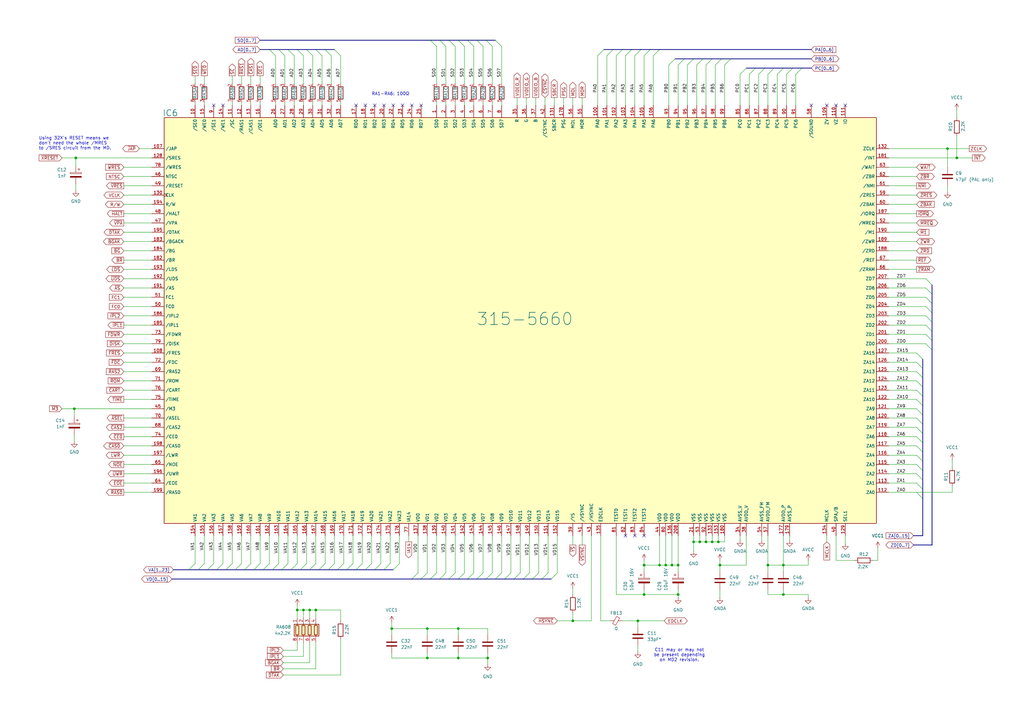
<source format=kicad_sch>
(kicad_sch (version 20250114) (generator "eeschema") (generator_version "9.0")
  (paper "A3")
  (title_block (title "SGE (MD Custom ASIC)") (date "2025-06-23") (rev "1.5") (company "By Cosam") (comment 1 "Neptune"))
  (text "Using 32X's RESET means we\ndon't need the whole /MRES\nto /SRES circuit from the MD." (at 15.875 61.595 0) (effects (font (size 1.27 1.27)) (justify left bottom)))
  (text "RA1-RA6: 100Ω" (at 152.4 39.37 0) (effects (font (size 1.27 1.27)) (justify left bottom)))
  (text "C11 may or may not\nbe present depending\non MD2 revision." (at 278.638 268.732 0) (effects (font (size 1.27 1.27))))
  (junction (at 292.1 222.25))
  (junction (at 127 250.19))
  (junction (at 388.62 60.96))
  (junction (at 187.96 269.875))
  (junction (at 187.96 257.81))
  (junction (at 175.26 269.875))
  (junction (at 264.16 231.775))
  (junction (at 321.31 243.84))
  (junction (at 31.115 64.77))
  (junction (at 129.54 250.19))
  (junction (at 278.13 243.84))
  (junction (at 284.48 222.25))
  (junction (at 121.92 250.19))
  (junction (at 270.51 231.775))
  (junction (at 275.59 231.775))
  (junction (at 200.025 269.875))
  (junction (at 321.31 231.775))
  (junction (at 287.02 222.25))
  (junction (at 294.64 222.25))
  (junction (at 295.275 231.775))
  (junction (at 261.62 254.635))
  (junction (at 314.96 231.775))
  (junction (at 278.13 231.775))
  (junction (at 175.26 257.81))
  (junction (at 392.43 64.77))
  (junction (at 273.05 231.775))
  (junction (at 30.48 167.64))
  (junction (at 160.655 257.81))
  (junction (at 234.95 254.635))
  (junction (at 124.46 250.19))
  (junction (at 289.56 222.25))
  (junction (at 264.16 243.84))
  (no_connect (at 153.67 43.18))
  (no_connect (at 256.54 219.71))
  (no_connect (at 149.86 43.18))
  (no_connect (at 264.16 219.71))
  (no_connect (at 339.09 43.18))
  (no_connect (at 346.71 43.18))
  (no_connect (at 91.44 43.18))
  (no_connect (at 146.05 43.18))
  (no_connect (at 87.63 43.18))
  (no_connect (at 168.91 43.18))
  (no_connect (at 161.29 43.18))
  (no_connect (at 172.72 43.18))
  (no_connect (at 260.35 219.71))
  (no_connect (at 342.9 43.18))
  (no_connect (at 165.1 43.18))
  (no_connect (at 332.74 43.18))
  (no_connect (at 157.48 43.18))
  (bus_entry (at 375.92 179.07) (size 2.54 2.54))
  (bus_entry (at 375.92 163.83) (size 2.54 2.54))
  (bus_entry (at 207.01 237.49) (size 2.54 -2.54))
  (bus_entry (at 375.92 144.78) (size 2.54 2.54))
  (bus_entry (at 139.7 22.86) (size -2.54 -2.54))
  (bus_entry (at 182.88 19.05) (size -2.54 -2.54))
  (bus_entry (at 256.54 22.86) (size 2.54 -2.54))
  (bus_entry (at 293.37 26.67) (size 2.54 -2.54))
  (bus_entry (at 194.31 19.05) (size -2.54 -2.54))
  (bus_entry (at 198.12 19.05) (size -2.54 -2.54))
  (bus_entry (at 322.58 30.48) (size 2.54 -2.54))
  (bus_entry (at 111.76 233.68) (size 2.54 -2.54))
  (bus_entry (at 195.58 237.49) (size 2.54 -2.54))
  (bus_entry (at 186.69 19.05) (size -2.54 -2.54))
  (bus_entry (at 132.08 22.86) (size -2.54 -2.54))
  (bus_entry (at 375.92 156.21) (size 2.54 2.54))
  (bus_entry (at 281.94 26.67) (size 2.54 -2.54))
  (bus_entry (at 135.89 22.86) (size -2.54 -2.54))
  (bus_entry (at 379.73 140.97) (size 2.54 2.54))
  (bus_entry (at 191.77 237.49) (size 2.54 -2.54))
  (bus_entry (at 375.92 198.12) (size 2.54 2.54))
  (bus_entry (at 168.91 237.49) (size 2.54 -2.54))
  (bus_entry (at 120.65 22.86) (size -2.54 -2.54))
  (bus_entry (at 161.29 233.68) (size 2.54 -2.54))
  (bus_entry (at 245.11 22.86) (size 2.54 -2.54))
  (bus_entry (at 138.43 233.68) (size 2.54 -2.54))
  (bus_entry (at 379.73 129.54) (size 2.54 2.54))
  (bus_entry (at 146.05 233.68) (size 2.54 -2.54))
  (bus_entry (at 267.97 22.86) (size 2.54 -2.54))
  (bus_entry (at 184.15 237.49) (size 2.54 -2.54))
  (bus_entry (at 375.92 175.26) (size 2.54 2.54))
  (bus_entry (at 201.93 19.05) (size -2.54 -2.54))
  (bus_entry (at 379.73 137.16) (size 2.54 2.54))
  (bus_entry (at 116.84 22.86) (size -2.54 -2.54))
  (bus_entry (at 190.5 19.05) (size -2.54 -2.54))
  (bus_entry (at 127 233.68) (size 2.54 -2.54))
  (bus_entry (at 180.34 237.49) (size 2.54 -2.54))
  (bus_entry (at 85.09 233.68) (size 2.54 -2.54))
  (bus_entry (at 375.92 182.88) (size 2.54 2.54))
  (bus_entry (at 375.92 148.59) (size 2.54 2.54))
  (bus_entry (at 375.92 171.45) (size 2.54 2.54))
  (bus_entry (at 92.71 233.68) (size 2.54 -2.54))
  (bus_entry (at 142.24 233.68) (size 2.54 -2.54))
  (bus_entry (at 113.03 22.86) (size -2.54 -2.54))
  (bus_entry (at 264.16 22.86) (size 2.54 -2.54))
  (bus_entry (at 252.73 22.86) (size 2.54 -2.54))
  (bus_entry (at 179.07 19.05) (size -2.54 -2.54))
  (bus_entry (at 81.28 233.68) (size 2.54 -2.54))
  (bus_entry (at 124.46 22.86) (size -2.54 -2.54))
  (bus_entry (at 375.92 190.5) (size 2.54 2.54))
  (bus_entry (at 222.25 237.49) (size 2.54 -2.54))
  (bus_entry (at 210.82 237.49) (size 2.54 -2.54))
  (bus_entry (at 176.53 237.49) (size 2.54 -2.54))
  (bus_entry (at 289.56 26.67) (size 2.54 -2.54))
  (bus_entry (at 96.52 233.68) (size 2.54 -2.54))
  (bus_entry (at 104.14 233.68) (size 2.54 -2.54))
  (bus_entry (at 260.35 22.86) (size 2.54 -2.54))
  (bus_entry (at 375.92 160.02) (size 2.54 2.54))
  (bus_entry (at 379.73 118.11) (size 2.54 2.54))
  (bus_entry (at 128.27 22.86) (size -2.54 -2.54))
  (bus_entry (at 375.92 194.31) (size 2.54 2.54))
  (bus_entry (at 248.92 22.86) (size 2.54 -2.54))
  (bus_entry (at 375.92 201.93) (size 2.54 2.54))
  (bus_entry (at 203.2 237.49) (size 2.54 -2.54))
  (bus_entry (at 123.19 233.68) (size 2.54 -2.54))
  (bus_entry (at 187.96 237.49) (size 2.54 -2.54))
  (bus_entry (at 172.72 237.49) (size 2.54 -2.54))
  (bus_entry (at 303.53 30.48) (size 2.54 -2.54))
  (bus_entry (at 149.86 233.68) (size 2.54 -2.54))
  (bus_entry (at 379.73 114.3) (size 2.54 2.54))
  (bus_entry (at 205.74 19.05) (size -2.54 -2.54))
  (bus_entry (at 115.57 233.68) (size 2.54 -2.54))
  (bus_entry (at 326.39 30.48) (size 2.54 -2.54))
  (bus_entry (at 307.34 30.48) (size 2.54 -2.54))
  (bus_entry (at 119.38 233.68) (size 2.54 -2.54))
  (bus_entry (at 107.95 233.68) (size 2.54 -2.54))
  (bus_entry (at 88.9 233.68) (size 2.54 -2.54))
  (bus_entry (at 274.32 26.67) (size 2.54 -2.54))
  (bus_entry (at 375.92 186.69) (size 2.54 2.54))
  (bus_entry (at 379.73 121.92) (size 2.54 2.54))
  (bus_entry (at 379.73 133.35) (size 2.54 2.54))
  (bus_entry (at 218.44 237.49) (size 2.54 -2.54))
  (bus_entry (at 157.48 233.68) (size 2.54 -2.54))
  (bus_entry (at 214.63 237.49) (size 2.54 -2.54))
  (bus_entry (at 134.62 233.68) (size 2.54 -2.54))
  (bus_entry (at 285.75 26.67) (size 2.54 -2.54))
  (bus_entry (at 278.13 26.67) (size 2.54 -2.54))
  (bus_entry (at 375.92 152.4) (size 2.54 2.54))
  (bus_entry (at 199.39 237.49) (size 2.54 -2.54))
  (bus_entry (at 77.47 233.68) (size 2.54 -2.54))
  (bus_entry (at 379.73 125.73) (size 2.54 2.54))
  (bus_entry (at 100.33 233.68) (size 2.54 -2.54))
  (bus_entry (at 318.77 30.48) (size 2.54 -2.54))
  (bus_entry (at 130.81 233.68) (size 2.54 -2.54))
  (bus_entry (at 297.18 26.67) (size 2.54 -2.54))
  (bus_entry (at 226.06 237.49) (size 2.54 -2.54))
  (bus_entry (at 311.15 30.48) (size 2.54 -2.54))
  (bus_entry (at 153.67 233.68) (size 2.54 -2.54))
  (bus_entry (at 314.96 30.48) (size 2.54 -2.54))
  (bus_entry (at 375.92 167.64) (size 2.54 2.54))
  (wire (pts (xy 346.71 219.71) (xy 346.71 222.885)))
  (wire (pts (xy 50.8 140.97) (xy 62.23 140.97)))
  (wire (pts (xy 50.8 80.01) (xy 62.23 80.01)))
  (wire (pts (xy 190.5 19.05) (xy 190.5 34.29)))
  (wire (pts (xy 124.46 269.24) (xy 124.46 263.525)))
  (wire (pts (xy 50.8 163.83) (xy 62.23 163.83)))
  (bus (pts (xy 137.16 20.32) (xy 133.35 20.32)))
  (wire (pts (xy 390.525 199.39) (xy 390.525 201.93)))
  (bus (pts (xy 168.91 237.49) (xy 172.72 237.49)))
  (wire (pts (xy 264.16 231.775) (xy 270.51 231.775)))
  (wire (pts (xy 129.54 250.19) (xy 129.54 253.365)))
  (wire (pts (xy 314.96 243.84) (xy 321.31 243.84)))
  (wire (pts (xy 160.655 257.81) (xy 160.655 260.35)))
  (wire (pts (xy 295.275 241.935) (xy 295.275 245.11)))
  (wire (pts (xy 364.49 118.11) (xy 379.73 118.11)))
  (bus (pts (xy 276.86 24.13) (xy 280.67 24.13)))
  (wire (pts (xy 118.11 219.71) (xy 118.11 231.14)))
  (bus (pts (xy 378.46 189.23) (xy 378.46 193.04)))
  (wire (pts (xy 228.6 254.635) (xy 234.95 254.635)))
  (bus (pts (xy 210.82 237.49) (xy 214.63 237.49)))
  (wire (pts (xy 213.36 219.71) (xy 213.36 234.95)))
  (wire (pts (xy 50.8 198.12) (xy 62.23 198.12)))
  (wire (pts (xy 121.92 250.19) (xy 124.46 250.19)))
  (wire (pts (xy 392.43 45.085) (xy 392.43 48.26)))
  (wire (pts (xy 175.26 257.81) (xy 175.26 260.35)))
  (wire (pts (xy 116.205 271.78) (xy 127 271.78)))
  (wire (pts (xy 127 250.19) (xy 127 253.365)))
  (bus (pts (xy 299.72 24.13) (xy 295.91 24.13)))
  (wire (pts (xy 274.32 26.67) (xy 274.32 43.18)))
  (wire (pts (xy 364.49 175.26) (xy 375.92 175.26)))
  (wire (pts (xy 392.43 64.77) (xy 398.78 64.77)))
  (wire (pts (xy 215.9 40.005) (xy 215.9 43.18)))
  (wire (pts (xy 364.49 64.77) (xy 392.43 64.77)))
  (wire (pts (xy 114.3 219.71) (xy 114.3 231.14)))
  (wire (pts (xy 50.8 72.39) (xy 62.23 72.39)))
  (wire (pts (xy 326.39 30.48) (xy 326.39 43.18)))
  (wire (pts (xy 364.49 60.96) (xy 388.62 60.96)))
  (wire (pts (xy 364.49 121.92) (xy 379.73 121.92)))
  (wire (pts (xy 50.8 182.88) (xy 62.23 182.88)))
  (wire (pts (xy 364.49 72.39) (xy 375.92 72.39)))
  (wire (pts (xy 80.01 219.71) (xy 80.01 231.14)))
  (wire (pts (xy 205.74 219.71) (xy 205.74 234.95)))
  (bus (pts (xy 195.58 237.49) (xy 199.39 237.49)))
  (wire (pts (xy 50.8 201.93) (xy 62.23 201.93)))
  (wire (pts (xy 127 250.19) (xy 129.54 250.19)))
  (bus (pts (xy 153.67 233.68) (xy 157.48 233.68)))
  (wire (pts (xy 318.77 30.48) (xy 318.77 43.18)))
  (wire (pts (xy 264.16 229.87) (xy 264.16 231.775)))
  (wire (pts (xy 264.16 231.775) (xy 264.16 234.315)))
  (wire (pts (xy 50.8 137.16) (xy 62.23 137.16)))
  (wire (pts (xy 156.21 219.71) (xy 156.21 231.14)))
  (bus (pts (xy 306.07 27.94) (xy 309.88 27.94)))
  (wire (pts (xy 228.6 219.71) (xy 228.6 234.95)))
  (wire (pts (xy 238.76 40.005) (xy 238.76 43.18)))
  (wire (pts (xy 364.49 201.93) (xy 375.92 201.93)))
  (wire (pts (xy 137.16 219.71) (xy 137.16 231.14)))
  (wire (pts (xy 139.7 41.91) (xy 139.7 43.18)))
  (bus (pts (xy 218.44 237.49) (xy 222.25 237.49)))
  (bus (pts (xy 378.46 170.18) (xy 378.46 173.99)))
  (wire (pts (xy 182.88 219.71) (xy 182.88 234.95)))
  (bus (pts (xy 321.31 27.94) (xy 325.12 27.94)))
  (wire (pts (xy 275.59 231.775) (xy 275.59 219.71)))
  (wire (pts (xy 256.54 22.86) (xy 256.54 43.18)))
  (bus (pts (xy 328.93 27.94) (xy 332.74 27.94)))
  (wire (pts (xy 295.275 231.775) (xy 306.07 231.775)))
  (wire (pts (xy 186.69 41.91) (xy 186.69 43.18)))
  (wire (pts (xy 31.115 75.565) (xy 31.115 78.105)))
  (bus (pts (xy 378.46 154.94) (xy 378.46 158.75)))
  (wire (pts (xy 322.58 30.48) (xy 322.58 43.18)))
  (wire (pts (xy 50.8 148.59) (xy 62.23 148.59)))
  (bus (pts (xy 149.86 233.68) (xy 153.67 233.68)))
  (wire (pts (xy 50.8 160.02) (xy 62.23 160.02)))
  (bus (pts (xy 199.39 16.51) (xy 195.58 16.51)))
  (bus (pts (xy 382.27 120.65) (xy 382.27 124.46)))
  (wire (pts (xy 116.205 276.86) (xy 139.7 276.86)))
  (wire (pts (xy 120.65 22.86) (xy 120.65 34.29)))
  (bus (pts (xy 176.53 237.49) (xy 180.34 237.49)))
  (wire (pts (xy 364.49 87.63) (xy 375.92 87.63)))
  (wire (pts (xy 91.44 219.71) (xy 91.44 231.14)))
  (bus (pts (xy 207.01 237.49) (xy 210.82 237.49)))
  (wire (pts (xy 292.1 219.71) (xy 292.1 222.25)))
  (bus (pts (xy 378.46 200.66) (xy 378.46 204.47)))
  (wire (pts (xy 50.8 171.45) (xy 62.23 171.45)))
  (bus (pts (xy 111.76 233.68) (xy 115.57 233.68)))
  (wire (pts (xy 342.9 229.87) (xy 342.9 219.71)))
  (wire (pts (xy 295.275 231.775) (xy 295.275 234.315)))
  (wire (pts (xy 278.13 241.935) (xy 278.13 243.84)))
  (wire (pts (xy 273.05 219.71) (xy 273.05 231.775)))
  (wire (pts (xy 31.115 64.77) (xy 31.115 67.945)))
  (wire (pts (xy 245.11 22.86) (xy 245.11 43.18)))
  (bus (pts (xy 106.68 16.51) (xy 176.53 16.51)))
  (wire (pts (xy 339.09 219.71) (xy 339.09 222.25)))
  (wire (pts (xy 187.96 257.81) (xy 200.025 257.81)))
  (bus (pts (xy 176.53 16.51) (xy 180.34 16.51)))
  (wire (pts (xy 287.02 222.25) (xy 284.48 222.25)))
  (wire (pts (xy 121.92 250.19) (xy 121.92 253.365)))
  (wire (pts (xy 252.73 243.84) (xy 264.16 243.84)))
  (wire (pts (xy 116.84 22.86) (xy 116.84 34.29)))
  (wire (pts (xy 273.05 231.775) (xy 275.59 231.775)))
  (wire (pts (xy 163.83 219.71) (xy 163.83 231.14)))
  (wire (pts (xy 311.15 30.48) (xy 311.15 43.18)))
  (wire (pts (xy 50.8 76.2) (xy 62.23 76.2)))
  (wire (pts (xy 293.37 26.67) (xy 293.37 43.18)))
  (wire (pts (xy 83.82 41.91) (xy 83.82 43.18)))
  (bus (pts (xy 119.38 233.68) (xy 123.19 233.68)))
  (wire (pts (xy 242.57 254.635) (xy 242.57 219.71)))
  (wire (pts (xy 50.8 175.26) (xy 62.23 175.26)))
  (wire (pts (xy 364.49 83.82) (xy 375.92 83.82)))
  (wire (pts (xy 388.62 76.2) (xy 388.62 78.74)))
  (wire (pts (xy 113.03 41.91) (xy 113.03 43.18)))
  (wire (pts (xy 179.07 19.05) (xy 179.07 34.29)))
  (bus (pts (xy 378.46 166.37) (xy 378.46 170.18)))
  (wire (pts (xy 360.045 229.87) (xy 358.14 229.87)))
  (wire (pts (xy 278.13 231.775) (xy 278.13 234.315)))
  (wire (pts (xy 50.8 152.4) (xy 62.23 152.4)))
  (wire (pts (xy 140.97 219.71) (xy 140.97 231.14)))
  (bus (pts (xy 222.25 237.49) (xy 226.06 237.49)))
  (wire (pts (xy 83.82 31.115) (xy 83.82 34.29)))
  (wire (pts (xy 246.38 254.635) (xy 250.19 254.635)))
  (wire (pts (xy 364.49 160.02) (xy 375.92 160.02)))
  (wire (pts (xy 303.53 219.71) (xy 303.53 221.615)))
  (wire (pts (xy 95.25 31.115) (xy 95.25 34.29)))
  (wire (pts (xy 238.76 223.52) (xy 238.76 219.71)))
  (wire (pts (xy 303.53 30.48) (xy 303.53 43.18)))
  (wire (pts (xy 50.8 194.31) (xy 62.23 194.31)))
  (wire (pts (xy 124.46 250.19) (xy 127 250.19)))
  (wire (pts (xy 113.03 22.86) (xy 113.03 34.29)))
  (wire (pts (xy 50.8 95.25) (xy 62.23 95.25)))
  (bus (pts (xy 134.62 233.68) (xy 138.43 233.68)))
  (wire (pts (xy 289.56 219.71) (xy 289.56 222.25)))
  (wire (pts (xy 297.18 222.25) (xy 294.64 222.25)))
  (wire (pts (xy 125.73 219.71) (xy 125.73 231.14)))
  (wire (pts (xy 364.49 91.44) (xy 375.92 91.44)))
  (bus (pts (xy 247.65 20.32) (xy 251.46 20.32)))
  (wire (pts (xy 278.13 231.775) (xy 275.59 231.775)))
  (wire (pts (xy 284.48 222.25) (xy 284.48 219.71)))
  (wire (pts (xy 50.8 83.82) (xy 62.23 83.82)))
  (bus (pts (xy 270.51 20.32) (xy 266.7 20.32)))
  (wire (pts (xy 201.93 19.05) (xy 201.93 34.29)))
  (wire (pts (xy 289.56 222.25) (xy 287.02 222.25)))
  (bus (pts (xy 374.65 223.52) (xy 382.27 223.52)))
  (wire (pts (xy 95.25 41.91) (xy 95.25 43.18)))
  (wire (pts (xy 129.54 274.32) (xy 129.54 263.525)))
  (wire (pts (xy 133.35 219.71) (xy 133.35 231.14)))
  (wire (pts (xy 314.96 241.935) (xy 314.96 243.84)))
  (wire (pts (xy 190.5 219.71) (xy 190.5 234.95)))
  (bus (pts (xy 382.27 143.51) (xy 382.27 223.52)))
  (wire (pts (xy 321.31 219.71) (xy 321.31 231.775)))
  (bus (pts (xy 146.05 233.68) (xy 149.86 233.68)))
  (wire (pts (xy 364.49 171.45) (xy 375.92 171.45)))
  (wire (pts (xy 323.85 219.71) (xy 323.85 221.615)))
  (wire (pts (xy 284.48 222.25) (xy 284.48 226.06)))
  (wire (pts (xy 264.16 243.84) (xy 278.13 243.84)))
  (bus (pts (xy 309.88 27.94) (xy 313.69 27.94)))
  (wire (pts (xy 273.05 231.775) (xy 270.51 231.775)))
  (bus (pts (xy 106.68 20.32) (xy 110.49 20.32)))
  (wire (pts (xy 364.49 186.69) (xy 375.92 186.69)))
  (bus (pts (xy 317.5 27.94) (xy 321.31 27.94)))
  (wire (pts (xy 234.95 251.46) (xy 234.95 254.635)))
  (wire (pts (xy 364.49 114.3) (xy 379.73 114.3)))
  (wire (pts (xy 50.8 121.92) (xy 62.23 121.92)))
  (wire (pts (xy 167.64 219.71) (xy 167.64 222.25)))
  (bus (pts (xy 138.43 233.68) (xy 142.24 233.68)))
  (bus (pts (xy 184.15 16.51) (xy 180.34 16.51)))
  (wire (pts (xy 248.92 22.86) (xy 248.92 43.18)))
  (wire (pts (xy 331.47 243.84) (xy 331.47 245.11)))
  (wire (pts (xy 160.655 257.81) (xy 175.26 257.81)))
  (wire (pts (xy 364.49 129.54) (xy 379.73 129.54)))
  (wire (pts (xy 264.16 241.935) (xy 264.16 243.84)))
  (wire (pts (xy 285.75 26.67) (xy 285.75 43.18)))
  (bus (pts (xy 85.09 233.68) (xy 88.9 233.68)))
  (bus (pts (xy 382.27 124.46) (xy 382.27 128.27)))
  (wire (pts (xy 50.8 91.44) (xy 62.23 91.44)))
  (bus (pts (xy 129.54 20.32) (xy 125.73 20.32)))
  (wire (pts (xy 364.49 95.25) (xy 375.92 95.25)))
  (wire (pts (xy 321.31 231.775) (xy 321.31 234.315)))
  (bus (pts (xy 77.47 233.68) (xy 81.28 233.68)))
  (wire (pts (xy 50.8 144.78) (xy 62.23 144.78)))
  (wire (pts (xy 364.49 144.78) (xy 375.92 144.78)))
  (wire (pts (xy 99.06 31.115) (xy 99.06 34.29)))
  (wire (pts (xy 321.31 241.935) (xy 321.31 243.84)))
  (wire (pts (xy 234.95 219.71) (xy 234.95 223.52)))
  (wire (pts (xy 364.49 140.97) (xy 379.73 140.97)))
  (wire (pts (xy 106.68 219.71) (xy 106.68 231.14)))
  (wire (pts (xy 217.17 219.71) (xy 217.17 234.95)))
  (wire (pts (xy 314.96 30.48) (xy 314.96 43.18)))
  (wire (pts (xy 364.49 163.83) (xy 375.92 163.83)))
  (wire (pts (xy 99.06 219.71) (xy 99.06 231.14)))
  (wire (pts (xy 179.07 41.91) (xy 179.07 43.18)))
  (wire (pts (xy 87.63 219.71) (xy 87.63 231.14)))
  (wire (pts (xy 50.8 133.35) (xy 62.23 133.35)))
  (wire (pts (xy 201.93 219.71) (xy 201.93 234.95)))
  (wire (pts (xy 50.8 99.06) (xy 62.23 99.06)))
  (bus (pts (xy 378.46 158.75) (xy 378.46 162.56)))
  (wire (pts (xy 190.5 41.91) (xy 190.5 43.18)))
  (wire (pts (xy 278.13 219.71) (xy 278.13 231.775)))
  (wire (pts (xy 148.59 219.71) (xy 148.59 231.14)))
  (bus (pts (xy 251.46 20.32) (xy 255.27 20.32)))
  (wire (pts (xy 312.42 219.71) (xy 312.42 221.615)))
  (wire (pts (xy 187.96 257.81) (xy 187.96 260.35)))
  (bus (pts (xy 195.58 16.51) (xy 191.77 16.51)))
  (wire (pts (xy 121.92 219.71) (xy 121.92 231.14)))
  (wire (pts (xy 83.82 219.71) (xy 83.82 231.14)))
  (bus (pts (xy 382.27 116.84) (xy 382.27 120.65)))
  (wire (pts (xy 106.68 41.91) (xy 106.68 43.18)))
  (wire (pts (xy 260.35 22.86) (xy 260.35 43.18)))
  (wire (pts (xy 234.95 254.635) (xy 242.57 254.635)))
  (wire (pts (xy 321.31 231.775) (xy 331.47 231.775)))
  (wire (pts (xy 175.26 219.71) (xy 175.26 234.95)))
  (wire (pts (xy 50.8 179.07) (xy 62.23 179.07)))
  (wire (pts (xy 314.96 219.71) (xy 314.96 231.775)))
  (wire (pts (xy 294.64 222.25) (xy 292.1 222.25)))
  (wire (pts (xy 50.8 186.69) (xy 62.23 186.69)))
  (bus (pts (xy 81.28 233.68) (xy 85.09 233.68)))
  (bus (pts (xy 123.19 233.68) (xy 127 233.68)))
  (bus (pts (xy 378.46 204.47) (xy 378.46 219.71)))
  (bus (pts (xy 328.93 27.94) (xy 325.12 27.94)))
  (wire (pts (xy 50.8 156.21) (xy 62.23 156.21)))
  (wire (pts (xy 200.025 257.81) (xy 200.025 260.35)))
  (wire (pts (xy 294.64 219.71) (xy 294.64 222.25)))
  (bus (pts (xy 157.48 233.68) (xy 161.29 233.68)))
  (wire (pts (xy 182.88 41.91) (xy 182.88 43.18)))
  (wire (pts (xy 129.54 250.19) (xy 139.7 250.19)))
  (wire (pts (xy 364.49 156.21) (xy 375.92 156.21)))
  (bus (pts (xy 191.77 237.49) (xy 195.58 237.49)))
  (bus (pts (xy 203.2 16.51) (xy 199.39 16.51)))
  (wire (pts (xy 187.96 269.875) (xy 187.96 267.97)))
  (bus (pts (xy 332.74 20.32) (xy 270.51 20.32)))
  (bus (pts (xy 378.46 177.8) (xy 378.46 181.61)))
  (bus (pts (xy 107.95 233.68) (xy 111.76 233.68)))
  (bus (pts (xy 130.81 233.68) (xy 134.62 233.68)))
  (bus (pts (xy 382.27 128.27) (xy 382.27 132.08)))
  (wire (pts (xy 31.115 64.77) (xy 62.23 64.77)))
  (wire (pts (xy 231.14 40.005) (xy 231.14 43.18)))
  (wire (pts (xy 194.31 41.91) (xy 194.31 43.18)))
  (bus (pts (xy 191.77 16.51) (xy 187.96 16.51)))
  (wire (pts (xy 30.48 167.64) (xy 62.23 167.64)))
  (wire (pts (xy 321.31 243.84) (xy 331.47 243.84)))
  (wire (pts (xy 121.92 248.285) (xy 121.92 250.19)))
  (wire (pts (xy 57.15 60.96) (xy 62.23 60.96)))
  (wire (pts (xy 364.49 133.35) (xy 379.73 133.35)))
  (bus (pts (xy 378.46 162.56) (xy 378.46 166.37)))
  (wire (pts (xy 297.18 26.67) (xy 297.18 43.18)))
  (wire (pts (xy 364.49 80.01) (xy 375.92 80.01)))
  (bus (pts (xy 292.1 24.13) (xy 295.91 24.13)))
  (bus (pts (xy 115.57 233.68) (xy 119.38 233.68)))
  (bus (pts (xy 187.96 237.49) (xy 191.77 237.49)))
  (wire (pts (xy 25.4 167.64) (xy 30.48 167.64)))
  (wire (pts (xy 227.33 40.005) (xy 227.33 43.18)))
  (wire (pts (xy 200.025 269.875) (xy 200.025 267.97)))
  (wire (pts (xy 364.49 179.07) (xy 375.92 179.07)))
  (wire (pts (xy 179.07 219.71) (xy 179.07 234.95)))
  (bus (pts (xy 127 233.68) (xy 130.81 233.68)))
  (wire (pts (xy 375.92 201.93) (xy 390.525 201.93)))
  (bus (pts (xy 378.46 219.71) (xy 374.65 219.71)))
  (wire (pts (xy 234.95 40.005) (xy 234.95 43.18)))
  (wire (pts (xy 264.16 22.86) (xy 264.16 43.18)))
  (wire (pts (xy 364.49 167.64) (xy 375.92 167.64)))
  (bus (pts (xy 262.89 20.32) (xy 266.7 20.32)))
  (wire (pts (xy 390.525 188.595) (xy 390.525 191.77)))
  (bus (pts (xy 180.34 237.49) (xy 184.15 237.49)))
  (wire (pts (xy 234.95 241.3) (xy 234.95 243.84)))
  (bus (pts (xy 104.14 233.68) (xy 107.95 233.68)))
  (wire (pts (xy 182.88 19.05) (xy 182.88 34.29)))
  (wire (pts (xy 132.08 41.91) (xy 132.08 43.18)))
  (wire (pts (xy 80.01 31.115) (xy 80.01 34.29)))
  (wire (pts (xy 50.8 125.73) (xy 62.23 125.73)))
  (wire (pts (xy 95.25 219.71) (xy 95.25 231.14)))
  (wire (pts (xy 175.26 269.875) (xy 187.96 269.875)))
  (wire (pts (xy 261.62 254.635) (xy 261.62 257.175)))
  (bus (pts (xy 378.46 151.13) (xy 378.46 154.94)))
  (wire (pts (xy 364.49 137.16) (xy 379.73 137.16)))
  (wire (pts (xy 314.96 231.775) (xy 314.96 234.315)))
  (wire (pts (xy 50.8 190.5) (xy 62.23 190.5)))
  (bus (pts (xy 378.46 193.04) (xy 378.46 196.85)))
  (wire (pts (xy 364.49 99.06) (xy 375.92 99.06)))
  (wire (pts (xy 132.08 22.86) (xy 132.08 34.29)))
  (bus (pts (xy 378.46 181.61) (xy 378.46 185.42)))
  (wire (pts (xy 252.73 22.86) (xy 252.73 43.18)))
  (wire (pts (xy 246.38 254.635) (xy 246.38 219.71)))
  (wire (pts (xy 364.49 182.88) (xy 375.92 182.88)))
  (wire (pts (xy 212.09 40.005) (xy 212.09 43.18)))
  (bus (pts (xy 92.71 233.68) (xy 96.52 233.68)))
  (wire (pts (xy 116.205 266.7) (xy 121.92 266.7)))
  (wire (pts (xy 364.49 125.73) (xy 379.73 125.73)))
  (bus (pts (xy 280.67 24.13) (xy 284.48 24.13)))
  (wire (pts (xy 160.655 269.875) (xy 175.26 269.875)))
  (wire (pts (xy 106.68 31.115) (xy 106.68 34.29)))
  (bus (pts (xy 288.29 24.13) (xy 292.1 24.13)))
  (wire (pts (xy 364.49 194.31) (xy 375.92 194.31)))
  (wire (pts (xy 314.96 231.775) (xy 321.31 231.775)))
  (bus (pts (xy 332.74 24.13) (xy 299.72 24.13)))
  (wire (pts (xy 388.62 60.96) (xy 388.62 68.58)))
  (wire (pts (xy 160.02 219.71) (xy 160.02 231.14)))
  (wire (pts (xy 364.49 198.12) (xy 375.92 198.12)))
  (wire (pts (xy 307.34 30.48) (xy 307.34 43.18)))
  (wire (pts (xy 261.62 254.635) (xy 272.415 254.635)))
  (bus (pts (xy 70.485 237.49) (xy 168.91 237.49)))
  (bus (pts (xy 71.12 233.68) (xy 77.47 233.68)))
  (wire (pts (xy 128.27 41.91) (xy 128.27 43.18)))
  (bus (pts (xy 203.2 237.49) (xy 207.01 237.49)))
  (wire (pts (xy 364.49 76.2) (xy 375.92 76.2)))
  (bus (pts (xy 142.24 233.68) (xy 146.05 233.68)))
  (wire (pts (xy 205.74 41.91) (xy 205.74 43.18)))
  (bus (pts (xy 378.46 173.99) (xy 378.46 177.8)))
  (wire (pts (xy 160.655 255.27) (xy 160.655 257.81)))
  (wire (pts (xy 50.8 68.58) (xy 62.23 68.58)))
  (wire (pts (xy 102.87 31.115) (xy 102.87 34.29)))
  (wire (pts (xy 135.89 22.86) (xy 135.89 34.29)))
  (wire (pts (xy 278.13 243.84) (xy 278.13 245.11)))
  (bus (pts (xy 382.27 139.7) (xy 382.27 143.51)))
  (wire (pts (xy 124.46 22.86) (xy 124.46 34.29)))
  (wire (pts (xy 252.73 219.71) (xy 252.73 243.84)))
  (bus (pts (xy 114.3 20.32) (xy 110.49 20.32)))
  (wire (pts (xy 364.49 110.49) (xy 375.92 110.49)))
  (bus (pts (xy 184.15 237.49) (xy 187.96 237.49)))
  (bus (pts (xy 214.63 237.49) (xy 218.44 237.49)))
  (wire (pts (xy 295.275 229.87) (xy 295.275 231.775)))
  (wire (pts (xy 124.46 250.19) (xy 124.46 253.365)))
  (wire (pts (xy 50.8 129.54) (xy 62.23 129.54)))
  (wire (pts (xy 102.87 41.91) (xy 102.87 43.18)))
  (bus (pts (xy 382.27 132.08) (xy 382.27 135.89)))
  (wire (pts (xy 198.12 219.71) (xy 198.12 234.95)))
  (wire (pts (xy 331.47 229.87) (xy 331.47 231.775)))
  (wire (pts (xy 388.62 60.96) (xy 397.51 60.96)))
  (wire (pts (xy 200.025 269.875) (xy 200.025 272.415)))
  (bus (pts (xy 378.46 196.85) (xy 378.46 200.66)))
  (bus (pts (xy 313.69 27.94) (xy 317.5 27.94)))
  (wire (pts (xy 281.94 26.67) (xy 281.94 43.18)))
  (wire (pts (xy 175.26 269.875) (xy 175.26 267.97)))
  (bus (pts (xy 255.27 20.32) (xy 259.08 20.32)))
  (wire (pts (xy 50.8 87.63) (xy 62.23 87.63)))
  (wire (pts (xy 171.45 219.71) (xy 171.45 234.95)))
  (wire (pts (xy 50.8 118.11) (xy 62.23 118.11)))
  (bus (pts (xy 378.46 147.32) (xy 378.46 151.13)))
  (wire (pts (xy 99.06 41.91) (xy 99.06 43.18)))
  (wire (pts (xy 267.97 22.86) (xy 267.97 43.18)))
  (wire (pts (xy 364.49 148.59) (xy 375.92 148.59)))
  (wire (pts (xy 116.205 269.24) (xy 124.46 269.24)))
  (wire (pts (xy 121.92 266.7) (xy 121.92 263.525)))
  (wire (pts (xy 292.1 222.25) (xy 289.56 222.25)))
  (bus (pts (xy 378.46 185.42) (xy 378.46 189.23)))
  (wire (pts (xy 360.045 224.79) (xy 360.045 229.87)))
  (wire (pts (xy 223.52 40.005) (xy 223.52 43.18)))
  (wire (pts (xy 194.31 219.71) (xy 194.31 234.95)))
  (wire (pts (xy 350.52 229.87) (xy 342.9 229.87)))
  (wire (pts (xy 127 271.78) (xy 127 263.525)))
  (wire (pts (xy 30.48 178.435) (xy 30.48 180.975)))
  (wire (pts (xy 30.48 167.64) (xy 30.48 170.815)))
  (wire (pts (xy 219.71 40.005) (xy 219.71 43.18)))
  (bus (pts (xy 172.72 237.49) (xy 176.53 237.49)))
  (bus (pts (xy 199.39 237.49) (xy 203.2 237.49)))
  (wire (pts (xy 194.31 19.05) (xy 194.31 34.29)))
  (bus (pts (xy 382.27 135.89) (xy 382.27 139.7)))
  (wire (pts (xy 364.49 102.87) (xy 375.92 102.87)))
  (wire (pts (xy 116.84 41.91) (xy 116.84 43.18)))
  (wire (pts (xy 50.8 114.3) (xy 62.23 114.3)))
  (wire (pts (xy 297.18 219.71) (xy 297.18 222.25)))
  (bus (pts (xy 100.33 233.68) (xy 104.14 233.68)))
  (bus (pts (xy 88.9 233.68) (xy 92.71 233.68)))
  (bus (pts (xy 121.92 20.32) (xy 118.11 20.32)))
  (wire (pts (xy 364.49 106.68) (xy 375.92 106.68)))
  (bus (pts (xy 133.35 20.32) (xy 129.54 20.32)))
  (wire (pts (xy 220.98 219.71) (xy 220.98 234.95)))
  (wire (pts (xy 198.12 19.05) (xy 198.12 34.29)))
  (bus (pts (xy 259.08 20.32) (xy 262.89 20.32)))
  (wire (pts (xy 187.96 269.875) (xy 200.025 269.875)))
  (wire (pts (xy 120.65 41.91) (xy 120.65 43.18)))
  (wire (pts (xy 255.27 254.635) (xy 261.62 254.635)))
  (wire (pts (xy 139.7 250.19) (xy 139.7 254.635)))
  (wire (pts (xy 224.79 219.71) (xy 224.79 234.95)))
  (wire (pts (xy 270.51 231.775) (xy 270.51 219.71)))
  (wire (pts (xy 306.07 219.71) (xy 306.07 231.775)))
  (wire (pts (xy 25.4 64.77) (xy 31.115 64.77)))
  (wire (pts (xy 129.54 219.71) (xy 129.54 231.14)))
  (wire (pts (xy 364.49 152.4) (xy 375.92 152.4)))
  (wire (pts (xy 289.56 26.67) (xy 289.56 43.18)))
  (wire (pts (xy 278.13 26.67) (xy 278.13 43.18)))
  (wire (pts (xy 201.93 41.91) (xy 201.93 43.18)))
  (bus (pts (xy 125.73 20.32) (xy 121.92 20.32)))
  (wire (pts (xy 392.43 55.88) (xy 392.43 64.77)))
  (wire (pts (xy 139.7 276.86) (xy 139.7 262.255)))
  (bus (pts (xy 118.11 20.32) (xy 114.3 20.32)))
  (wire (pts (xy 261.62 264.795) (xy 261.62 267.335)))
  (wire (pts (xy 124.46 41.91) (xy 124.46 43.18)))
  (bus (pts (xy 187.96 16.51) (xy 184.15 16.51)))
  (wire (pts (xy 160.655 267.97) (xy 160.655 269.875)))
  (wire (pts (xy 186.69 19.05) (xy 186.69 34.29)))
  (wire (pts (xy 139.7 22.86) (xy 139.7 34.29)))
  (wire (pts (xy 144.78 219.71) (xy 144.78 231.14)))
  (wire (pts (xy 364.49 190.5) (xy 375.92 190.5)))
  (wire (pts (xy 205.74 19.05) (xy 205.74 34.29)))
  (wire (pts (xy 110.49 219.71) (xy 110.49 231.14)))
  (wire (pts (xy 175.26 257.81) (xy 187.96 257.81)))
  (wire (pts (xy 152.4 219.71) (xy 152.4 231.14)))
  (wire (pts (xy 102.87 219.71) (xy 102.87 231.14)))
  (wire (pts (xy 50.8 102.87) (xy 62.23 102.87)))
  (wire (pts (xy 116.205 274.32) (xy 129.54 274.32)))
  (bus (pts (xy 96.52 233.68) (xy 100.33 233.68)))
  (wire (pts (xy 135.89 41.91) (xy 135.89 43.18)))
  (wire (pts (xy 364.49 68.58) (xy 375.92 68.58)))
  (wire (pts (xy 287.02 219.71) (xy 287.02 222.25)))
  (wire (pts (xy 50.8 106.68) (xy 62.23 106.68)))
  (wire (pts (xy 50.8 110.49) (xy 62.23 110.49)))
  (wire (pts (xy 209.55 219.71) (xy 209.55 234.95)))
  (wire (pts (xy 80.01 41.91) (xy 80.01 43.18)))
  (bus (pts (xy 284.48 24.13) (xy 288.29 24.13)))
  (wire (pts (xy 128.27 22.86) (xy 128.27 34.29)))
  (wire (pts (xy 186.69 219.71) (xy 186.69 234.95)))
  (wire (pts (xy 198.12 41.91) (xy 198.12 43.18)))
  (label "ZD7" (at 367.665 114.3 0))
  (label "SD1" (at 182.88 31.75 90))
  (label "VA18" (at 144.78 222.25 270))
  (label "VA10" (at 114.3 222.25 270))
  (label "AD6" (at 135.89 31.75 90))
  (label "VA3" (at 87.63 222.25 270))
  (label "SD2" (at 186.69 31.75 90))
  (label "VA11" (at 118.11 222.25 270))
  (label "VA22" (at 160.02 222.25 270))
  (label "ZA1" (at 367.665 198.12 0))
  (label "VA5" (at 95.25 222.25 270))
  (label "ZD4" (at 367.665 125.73 0))
  (label "PB0" (at 274.32 38.1 90))
  (label "ZA12" (at 367.665 156.21 0))
  (label "VA17" (at 140.97 222.25 270))
  (label "VA21" (at 156.21 222.25 270))
  (label "PA6" (at 267.97 38.1 90))
  (label "SD5" (at 198.12 31.75 90))
  (label "AD3" (at 124.46 31.75 90))
  (label "SD3" (at 190.5 31.75 90))
  (label "PA4" (at 260.35 38.1 90))
  (label "AD7" (at 139.7 31.75 90))
  (label "SD0" (at 179.07 31.75 90))
  (label "SD7" (at 205.74 31.75 90))
  (label "SD4" (at 194.31 31.75 90))
  (label "AD5" (at 132.08 31.75 90))
  (label "ZA3" (at 367.665 190.5 0))
  (label "VA6" (at 99.06 222.25 270))
  (label "ZA4" (at 367.665 186.69 0))
  (label "VA13" (at 125.73 222.25 270))
  (label "ZD0" (at 367.665 140.97 0))
  (label "ZA2" (at 367.665 194.31 0))
  (label "ZA5" (at 367.665 182.88 0))
  (label "PC6" (at 326.39 38.1 90))
  (label "SD6" (at 201.93 31.75 90))
  (label "PA3" (at 256.54 38.1 90))
  (label "PB3" (at 285.75 38.1 90))
  (label "VA20" (at 152.4 222.25 270))
  (label "ZA10" (at 367.665 163.83 0))
  (label "ZD5" (at 367.665 121.92 0))
  (label "VD4" (at 186.69 222.885 270))
  (label "VA7" (at 102.87 222.25 270))
  (label "PC3" (at 314.96 38.1 90))
  (label "PB6" (at 297.18 38.1 90))
  (label "VD5" (at 190.5 222.885 270))
  (label "ZA6" (at 367.665 179.07 0))
  (label "ZA7" (at 367.665 175.26 0))
  (label "VA2" (at 83.82 222.25 270))
  (label "PC2" (at 311.15 38.1 90))
  (label "VD14" (at 224.79 222.885 270))
  (label "AD2" (at 120.65 31.75 90))
  (label "PA0" (at 245.11 38.1 90))
  (label "VA15" (at 133.35 222.25 270))
  (label "ZA11" (at 367.665 160.02 0))
  (label "ZA8" (at 367.665 171.45 0))
  (label "VD6" (at 194.31 222.885 270))
  (label "VA9" (at 110.49 222.25 270))
  (label "PB5" (at 293.37 38.1 90))
  (label "ZA0" (at 367.665 201.93 0))
  (label "PC1" (at 307.34 38.1 90))
  (label "VA4" (at 91.44 222.25 270))
  (label "VD13" (at 220.98 222.885 270))
  (label "ZD3" (at 367.665 129.54 0))
  (label "ZA9" (at 367.665 167.64 0))
  (label "AD0" (at 113.03 31.75 90))
  (label "VA14" (at 129.54 222.25 270))
  (label "AD1" (at 116.84 31.75 90))
  (label "PC4" (at 318.77 38.1 90))
  (label "AD4" (at 128.27 31.75 90))
  (label "VA19" (at 148.59 222.25 270))
  (label "ZD2" (at 367.665 133.35 0))
  (label "VD11" (at 213.36 222.885 270))
  (label "VD3" (at 182.88 222.885 270))
  (label "PA2" (at 252.73 38.1 90))
  (label "VD8" (at 201.93 222.885 270))
  (label "PA5" (at 264.16 38.1 90))
  (label "PB4" (at 289.56 38.1 90))
  (label "VA12" (at 121.92 222.25 270))
  (label "VD2" (at 179.07 222.885 270))
  (label "ZA15" (at 367.665 144.78 0))
  (label "VA16" (at 137.16 222.25 270))
  (label "VD0" (at 171.45 222.885 270))
  (label "VD15" (at 228.6 222.885 270))
  (label "PC5" (at 322.58 38.1 90))
  (label "ZD6" (at 367.665 118.11 0))
  (label "VD9" (at 205.74 222.885 270))
  (label "PB1" (at 278.13 38.1 90))
  (label "VD1" (at 175.26 222.885 270))
  (label "VD10" (at 209.55 222.885 270))
  (label "VA23" (at 163.83 222.25 270))
  (label "PB2" (at 281.94 38.1 90))
  (label "PC0" (at 303.53 38.1 90))
  (label "ZD1" (at 367.665 137.16 0))
  (label "ZA13" (at 367.665 152.4 0))
  (label "VA8" (at 106.68 222.25 270))
  (label "ZA14" (at 367.665 148.59 0))
  (label "VA1" (at 80.01 222.25 270))
  (label "VD7" (at 198.12 222.885 270))
  (label "VD12" (at 217.17 222.885 270))
  (label "PA1" (at 248.92 38.1 90))
  (global_label "~{NMI}" (shape output) (at 375.92 76.2 0) (property "Intersheetrefs" "${INTERSHEET_REFS}" (effects (hide yes))))
  (global_label "~{HALT}" (shape output) (at 50.8 87.63 180) (property "Intersheetrefs" "${INTERSHEET_REFS}" (effects (hide yes))))
  (global_label "VA[1..23]" (shape bidirectional) (at 71.12 233.68 180) (property "Intersheetrefs" "${INTERSHEET_REFS}" (effects (hide yes))))
  (global_label "~{M3}" (shape input) (at 25.4 167.64 180) (property "Intersheetrefs" "${INTERSHEET_REFS}" (effects (hide yes))))
  (global_label "~{CAS2}" (shape output) (at 50.8 175.26 180) (property "Intersheetrefs" "${INTERSHEET_REFS}" (effects (hide yes))))
  (global_label "PA[0..6]" (shape input) (at 332.74 20.32 0) (property "Intersheetrefs" "${INTERSHEET_REFS}" (effects (hide yes))))
  (global_label "~{LWR}" (shape bidirectional) (at 50.8 186.69 180) (property "Intersheetrefs" "${INTERSHEET_REFS}" (effects (hide yes))))
  (global_label "~{WRES}" (shape input) (at 50.8 68.58 180) (property "Intersheetrefs" "${INTERSHEET_REFS}" (effects (hide yes))))
  (global_label "~{WE0}" (shape output) (at 83.82 31.115 90) (property "Intersheetrefs" "${INTERSHEET_REFS}" (effects (hide yes))))
  (global_label "~{CAS1}" (shape output) (at 102.87 31.115 90) (property "Intersheetrefs" "${INTERSHEET_REFS}" (effects (hide yes))))
  (global_label "~{IPL2}" (shape input) (at 116.205 266.7 180) (property "Intersheetrefs" "${INTERSHEET_REFS}" (effects (hide yes))))
  (global_label "~{CSYNC}" (shape bidirectional) (at 223.52 40.005 90) (property "Intersheetrefs" "${INTERSHEET_REFS}" (effects (hide yes))))
  (global_label "SD[0..7]" (shape input) (at 106.68 16.51 180) (property "Intersheetrefs" "${INTERSHEET_REFS}" (effects (hide yes))))
  (global_label "~{ROM}" (shape input) (at 50.8 156.21 180) (property "Intersheetrefs" "${INTERSHEET_REFS}" (effects (hide yes))))
  (global_label "~{IPL1}" (shape input) (at 116.205 269.24 180) (property "Intersheetrefs" "${INTERSHEET_REFS}" (effects (hide yes))))
  (global_label "~{JAP}" (shape bidirectional) (at 57.15 60.96 180) (property "Intersheetrefs" "${INTERSHEET_REFS}" (effects (hide yes))))
  (global_label "VIDEO_G" (shape output) (at 215.9 40.005 90) (property "Intersheetrefs" "${INTERSHEET_REFS}" (effects (hide yes))))
  (global_label "~{ASEL}" (shape output) (at 50.8 171.45 180) (property "Intersheetrefs" "${INTERSHEET_REFS}" (effects (hide yes))))
  (global_label "R{slash}W" (shape bidirectional) (at 50.8 83.82 180) (property "Intersheetrefs" "${INTERSHEET_REFS}" (effects (hide yes))))
  (global_label "~{XRESET}" (shape input) (at 25.4 64.77 180) (property "Intersheetrefs" "${INTERSHEET_REFS}" (effects (hide yes))))
  (global_label "PSG" (shape output) (at 231.14 40.005 90) (property "Intersheetrefs" "${INTERSHEET_REFS}" (effects (hide yes))))
  (global_label "~{DTAK}" (shape input) (at 116.205 276.86 180) (property "Intersheetrefs" "${INTERSHEET_REFS}" (effects (hide yes))))
  (global_label "VIDEO_R" (shape output) (at 212.09 40.005 90) (property "Intersheetrefs" "${INTERSHEET_REFS}" (effects (hide yes))))
  (global_label "~{BGAK}" (shape input) (at 116.205 271.78 180) (property "Intersheetrefs" "${INTERSHEET_REFS}" (effects (hide yes))))
  (global_label "ZCLK" (shape output) (at 397.51 60.96 0) (property "Intersheetrefs" "${INTERSHEET_REFS}" (effects (hide yes))))
  (global_label "~{ZBAK}" (shape input) (at 375.92 83.82 0) (property "Intersheetrefs" "${INTERSHEET_REFS}" (effects (hide yes))))
  (global_label "FC1" (shape input) (at 50.8 121.92 180) (property "Intersheetrefs" "${INTERSHEET_REFS}" (effects (hide yes))))
  (global_label "~{SC}" (shape output) (at 95.25 31.115 90) (property "Intersheetrefs" "${INTERSHEET_REFS}" (effects (hide yes))))
  (global_label "~{ZWR}" (shape bidirectional) (at 375.92 99.06 0) (property "Intersheetrefs" "${INTERSHEET_REFS}" (effects (hide yes))))
  (global_label "~{BG}" (shape input) (at 50.8 102.87 180) (property "Intersheetrefs" "${INTERSHEET_REFS}" (effects (hide yes))))
  (global_label "~{DISK}" (shape input) (at 50.8 140.97 180) (property "Intersheetrefs" "${INTERSHEET_REFS}" (effects (hide yes))))
  (global_label "~{ZBR}" (shape bidirectional) (at 375.92 72.39 0) (property "Intersheetrefs" "${INTERSHEET_REFS}" (effects (hide yes))))
  (global_label "EDCLK" (shape bidirectional) (at 272.415 254.635 0) (property "Intersheetrefs" "${INTERSHEET_REFS}" (effects (hide yes))))
  (global_label "~{BR}" (shape output) (at 50.8 106.68 180) (property "Intersheetrefs" "${INTERSHEET_REFS}" (effects (hide yes))))
  (global_label "~{IORQ}" (shape output) (at 375.92 87.63 0) (property "Intersheetrefs" "${INTERSHEET_REFS}" (effects (hide yes))))
  (global_label "~{HSYNC}" (shape bidirectional) (at 228.6 254.635 180) (property "Intersheetrefs" "${INTERSHEET_REFS}" (effects (hide yes))))
  (global_label "MOL" (shape output) (at 234.95 40.005 90) (property "Intersheetrefs" "${INTERSHEET_REFS}" (effects (hide yes))))
  (global_label "~{YS}" (shape output) (at 234.95 223.52 270) (property "Intersheetrefs" "${INTERSHEET_REFS}" (effects (hide yes))))
  (global_label "VIDEO_B" (shape output) (at 219.71 40.005 90) (property "Intersheetrefs" "${INTERSHEET_REFS}" (effects (hide yes))))
  (global_label "~{ZRD}" (shape input) (at 375.92 102.87 0) (property "Intersheetrefs" "${INTERSHEET_REFS}" (effects (hide yes))))
  (global_label "IA14" (shape output) (at 167.64 222.25 270) (property "Intersheetrefs" "${INTERSHEET_REFS}" (effects (hide yes))))
  (global_label "~{IPL2}" (shape input) (at 50.8 129.54 180) (property "Intersheetrefs" "${INTERSHEET_REFS}" (effects (hide yes))))
  (global_label "~{OE1}" (shape output) (at 106.68 31.115 90) (property "Intersheetrefs" "${INTERSHEET_REFS}" (effects (hide yes))))
  (global_label "ZA[0..15]" (shape input) (at 374.65 219.71 180) (property "Intersheetrefs" "${INTERSHEET_REFS}" (effects (hide yes))))
  (global_label "~{VSYNC}" (shape output) (at 238.76 223.52 270) (property "Intersheetrefs" "${INTERSHEET_REFS}" (effects (hide yes))))
  (global_label "~{REF}" (shape output) (at 375.92 106.68 0) (property "Intersheetrefs" "${INTERSHEET_REFS}" (effects (hide yes))))
  (global_label "NTSC" (shape input) (at 50.8 72.39 180) (property "Intersheetrefs" "${INTERSHEET_REFS}" (effects (hide yes))))
  (global_label "PC[0..6]" (shape bidirectional) (at 332.74 27.94 0) (property "Intersheetrefs" "${INTERSHEET_REFS}" (effects (hide yes))))
  (global_label "~{TIME}" (shape output) (at 50.8 163.83 180) (property "Intersheetrefs" "${INTERSHEET_REFS}" (effects (hide yes))))
  (global_label "~{ZRAM}" (shape output) (at 375.92 110.49 0) (property "Intersheetrefs" "${INTERSHEET_REFS}" (effects (hide yes))))
  (global_label "~{BR}" (shape input) (at 116.205 274.32 180) (property "Intersheetrefs" "${INTERSHEET_REFS}" (effects (hide yes))))
  (global_label "~{AS}" (shape bidirectional) (at 50.8 118.11 180) (property "Intersheetrefs" "${INTERSHEET_REFS}" (effects (hide yes))))
  (global_label "~{FRES}" (shape input) (at 50.8 144.78 180) (property "Intersheetrefs" "${INTERSHEET_REFS}" (effects (hide yes))))
  (global_label "~{DTAK}" (shape bidirectional) (at 50.8 95.25 180) (property "Intersheetrefs" "${INTERSHEET_REFS}" (effects (hide yes))))
  (global_label "ZD[0..7]" (shape bidirectional) (at 374.65 223.52 180) (property "Intersheetrefs" "${INTERSHEET_REFS}" (effects (hide yes))))
  (global_label "SBCR" (shape output) (at 227.33 40.005 90) (property "Intersheetrefs" "${INTERSHEET_REFS}" (effects (hide yes))))
  (global_label "~{CE0}" (shape output) (at 50.8 179.07 180) (property "Intersheetrefs" "${INTERSHEET_REFS}" (effects (hide yes))))
  (global_label "~{VRES}" (shape output) (at 50.8 76.2 180) (property "Intersheetrefs" "${INTERSHEET_REFS}" (effects (hide yes))))
  (global_label "~{IPL1}" (shape output) (at 50.8 133.35 180) (property "Intersheetrefs" "${INTERSHEET_REFS}" (effects (hide yes))))
  (global_label "VD[0..15]" (shape bidirectional) (at 70.485 237.49 180) (property "Intersheetrefs" "${INTERSHEET_REFS}" (effects (hide yes))))
  (global_label "~{LDS}" (shape bidirectional) (at 50.8 110.49 180) (property "Intersheetrefs" "${INTERSHEET_REFS}" (effects (hide yes))))
  (global_label "~{WAIT}" (shape bidirectional) (at 375.92 68.58 0) (property "Intersheetrefs" "${INTERSHEET_REFS}" (effects (hide yes))))
  (global_label "~{NOE}" (shape output) (at 50.8 190.5 180) (property "Intersheetrefs" "${INTERSHEET_REFS}" (effects (hide yes))))
  (global_label "FC0" (shape input) (at 50.8 125.73 180) (property "Intersheetrefs" "${INTERSHEET_REFS}" (effects (hide yes))))
  (global_label "MOR" (shape output) (at 238.76 40.005 90) (property "Intersheetrefs" "${INTERSHEET_REFS}" (effects (hide yes))))
  (global_label "~{UDS}" (shape bidirectional) (at 50.8 114.3 180) (property "Intersheetrefs" "${INTERSHEET_REFS}" (effects (hide yes))))
  (global_label "~{MREQ}" (shape bidirectional) (at 375.92 91.44 0) (property "Intersheetrefs" "${INTERSHEET_REFS}" (effects (hide yes))))
  (global_label "~{ZRES}" (shape bidirectional) (at 375.92 80.01 0) (property "Intersheetrefs" "${INTERSHEET_REFS}" (effects (hide yes))))
  (global_label "MCLK" (shape input) (at 339.09 222.25 270) (property "Intersheetrefs" "${INTERSHEET_REFS}" (effects (hide yes))))
  (global_label "~{SE0}" (shape output) (at 80.01 31.115 90) (property "Intersheetrefs" "${INTERSHEET_REFS}" (effects (hide yes))))
  (global_label "VCLK" (shape bidirectional) (at 50.8 80.01 180) (property "Intersheetrefs" "${INTERSHEET_REFS}" (effects (hide yes))))
  (global_label "~{RAS2}" (shape input) (at 50.8 152.4 180) (property "Intersheetrefs" "${INTERSHEET_REFS}" (effects (hide yes))))
  (global_label "~{UWR}" (shape output) (at 50.8 194.31 180) (property "Intersheetrefs" "${INTERSHEET_REFS}" (effects (hide yes))))
  (global_label "~{EOE}" (shape output) (at 50.8 198.12 180) (property "Intersheetrefs" "${INTERSHEET_REFS}" (effects (hide yes))))
  (global_label "~{RAS0}" (shape output) (at 50.8 201.93 180) (property "Intersheetrefs" "${INTERSHEET_REFS}" (effects (hide yes))))
  (global_label "~{M1}" (shape input) (at 375.92 95.25 0) (property "Intersheetrefs" "${INTERSHEET_REFS}" (effects (hide yes))))
  (global_label "~{FDC}" (shape input) (at 50.8 148.59 180) (property "Intersheetrefs" "${INTERSHEET_REFS}" (effects (hide yes))))
  (global_label "PB[0..6]" (shape bidirectional) (at 332.74 24.13 0) (property "Intersheetrefs" "${INTERSHEET_REFS}" (effects (hide yes))))
  (global_label "~{RAS1}" (shape output) (at 99.06 31.115 90) (property "Intersheetrefs" "${INTERSHEET_REFS}" (effects (hide yes))))
  (global_label "AD[0..7]" (shape bidirectional) (at 106.68 20.32 180) (property "Intersheetrefs" "${INTERSHEET_REFS}" (effects (hide yes))))
  (global_label "~{BGAK}" (shape bidirectional) (at 50.8 99.06 180) (property "Intersheetrefs" "${INTERSHEET_REFS}" (effects (hide yes))))
  (global_label "~{CAS0}" (shape bidirectional) (at 50.8 182.88 180) (property "Intersheetrefs" "${INTERSHEET_REFS}" (effects (hide yes))))
  (global_label "~{FDWR}" (shape input) (at 50.8 137.16 180) (property "Intersheetrefs" "${INTERSHEET_REFS}" (effects (hide yes))))
  (global_label "~{CART}" (shape input) (at 50.8 160.02 180) (property "Intersheetrefs" "${INTERSHEET_REFS}" (effects (hide yes))))
  (global_label "~{VPA}" (shape output) (at 50.8 91.44 180) (property "Intersheetrefs" "${INTERSHEET_REFS}" (effects (hide yes))))
  (global_label "~{INT}" (shape output) (at 398.78 64.77 0) (property "Intersheetrefs" "${INTERSHEET_REFS}" (effects (hide yes))))
  (symbol (lib_id "power:GNDA") (at 295.275 245.11 0) (unit 1)
    (property "Reference" "#PWR015" (effects (hide yes)))
    (property "Value" "GNDA" (at 295.275 249.555 0))
  )
  (symbol (lib_id "Device:R_Pack04_Split") (at 113.03 38.1 180) (unit 4)
    (property "Reference" "RA6" (at 113.03 35.56 90) (effects (justify left)))
    (property "Value" "4x100" (effects (hide yes)))
    (property "Footprint" "Resistor_SMD:R_Array_Convex_4x0603" (effects (hide yes)))
    (property "LCSC Part #" "C1852225" (effects (hide yes)))
    (property "MPN" "YC164-FR-07100RL" (effects (hide yes)))
  )
  (symbol (lib_id "MegaDrive:315-5660") (at 213.36 130.81 0) (unit 1)
    (property "Reference" "IC6" (at 69.85 46.355 0) (effects (font (size 2.54 2.54))))
    (property "Value" "315-5660" (at 215.265 130.81 0) (effects (font (size 5 5))))
    (property "Footprint" "Neptune:QFP-208_28x28_Pitch0.5mm" (effects (hide yes)))
  )
  (symbol (lib_id "MegaDrive:VCC1") (at 121.92 248.285 0) (unit 1)
    (property "Reference" "#PWR040" (effects (hide yes)))
    (property "Value" "VCC1" (at 121.92 243.205 0))
  )
  (symbol (lib_id "Device:R") (at 139.7 258.445 180) (unit 1)
    (property "Reference" "R15" (at 137.16 260.35 90) (effects (justify right)))
    (property "Value" "2.2K" (at 142.24 260.35 90) (effects (justify right)))
    (property "Footprint" "Resistor_SMD:R_0805_2012Metric" (effects (hide yes)))
    (property "DigiKey" "P2.20KCCT-ND" (effects (hide yes)))
    (property "LCSC Part #" "C114561" (effects (hide yes)))
    (property "MPN" "CRCW08052K20JNEA" (effects (hide yes)))
  )
  (symbol (lib_id "Device:R_Pack04_Split") (at 99.06 38.1 0) (mirror x) (unit 3)
    (property "Reference" "RA5" (at 99.06 35.433 90) (effects (justify left)))
    (property "Value" "4x100" (effects (hide yes)))
    (property "Footprint" "Resistor_SMD:R_Array_Convex_4x0603" (effects (hide yes)))
    (property "LCSC Part #" "C1852225" (effects (hide yes)))
    (property "MPN" "YC164-FR-07100RL" (effects (hide yes)))
  )
  (symbol (lib_id "MegaDrive:VCC1") (at 264.16 229.87 0) (unit 1)
    (property "Reference" "#PWR09" (effects (hide yes)))
    (property "Value" "VCC1" (at 264.16 224.79 0))
  )
  (symbol (lib_id "Device:R_Pack04_Split") (at 124.46 38.1 180) (unit 1)
    (property "Reference" "RA6" (at 124.46 35.56 90) (effects (justify left)))
    (property "Value" "4x100" (effects (hide yes)))
    (property "Footprint" "Resistor_SMD:R_Array_Convex_4x0603" (effects (hide yes)))
    (property "LCSC Part #" "C1852225" (effects (hide yes)))
    (property "MPN" "YC164-FR-07100RL" (effects (hide yes)))
  )
  (symbol (lib_id "Device:R_Pack04_Split") (at 116.84 38.1 180) (unit 3)
    (property "Reference" "RA6" (at 116.84 35.56 90) (effects (justify left)))
    (property "Value" "4x100" (effects (hide yes)))
    (property "Footprint" "Resistor_SMD:R_Array_Convex_4x0603" (effects (hide yes)))
    (property "LCSC Part #" "C1852225" (effects (hide yes)))
    (property "MPN" "YC164-FR-07100RL" (effects (hide yes)))
  )
  (symbol (lib_id "power:GND") (at 200.025 272.415 0) (unit 1)
    (property "Reference" "#PWR0170" (effects (hide yes)))
    (property "Value" "GND" (at 200.025 277.495 0))
  )
  (symbol (lib_id "Device:C_Polarized") (at 264.16 238.125 0) (unit 1)
    (property "Reference" "C30" (at 256.54 242.316 90) (effects (justify left)))
    (property "Value" "10uF 16V" (at 259.08 242.316 90) (effects (justify left)))
    (property "Footprint" "Capacitor_THT:CP_Radial_D5.0mm_P2.50mm" (effects (hide yes)))
  )
  (symbol (lib_id "power:GND") (at 388.62 78.74 0) (unit 1)
    (property "Reference" "#PWR095" (effects (hide yes)))
    (property "Value" "GND" (at 388.62 83.82 0))
  )
  (symbol (lib_id "Device:R_Pack04_Split") (at 198.12 38.1 0) (mirror x) (unit 2)
    (property "Reference" "RA2" (at 198.12 35.56 90) (effects (justify left)))
    (property "Value" "4x100" (effects (hide yes)))
    (property "Footprint" "Resistor_SMD:R_Array_Convex_4x0603" (effects (hide yes)))
    (property "LCSC Part #" "C1852225" (effects (hide yes)))
    (property "MPN" "YC164-FR-07100RL" (effects (hide yes)))
  )
  (symbol (lib_id "power:GNDA") (at 323.85 221.615 0) (unit 1)
    (property "Reference" "#PWR0175" (effects (hide yes)))
    (property "Value" "GNDA" (at 323.85 226.06 0))
  )
  (symbol (lib_id "MegaDrive:VCC1") (at 390.525 188.595 0) (unit 1)
    (property "Reference" "#PWR035" (effects (hide yes)))
    (property "Value" "VCC1" (at 390.525 183.515 0))
  )
  (symbol (lib_id "power:GND") (at 278.13 245.11 0) (unit 1)
    (property "Reference" "#PWR0168" (effects (hide yes)))
    (property "Value" "GND" (at 278.13 250.19 0))
  )
  (symbol (lib_id "Device:C") (at 261.62 260.985 0) (unit 1)
    (property "Reference" "C11" (at 265.43 259.7149 0) (effects (justify left)))
    (property "Value" "33pF*" (at 265.43 262.2549 0) (effects (justify left)))
    (property "Footprint" "Capacitor_SMD:C_0805_2012Metric" (effects (hide yes)))
    (property "LCSC Part #" "C520060" (effects (hide yes)))
    (property "MPN" "VJ0805A330FXJPW1BC" (effects (hide yes)))
  )
  (symbol (lib_id "Device:R_Pack02_Split") (at 106.68 38.1 0) (mirror x) (unit 1)
    (property "Reference" "RA3" (at 106.68 35.433 90) (effects (justify left)))
    (property "Value" "2x100" (effects (hide yes)))
    (property "Footprint" "Resistor_SMD:R_Array_Convex_2x0603" (effects (hide yes)))
    (property "LCSC Part #" "C728824" (effects (hide yes)))
    (property "MPN" "YC162-FR-07100RL" (effects (hide yes)))
  )
  (symbol (lib_id "Device:R") (at 392.43 52.07 180) (unit 1)
    (property "Reference" "R10" (at 389.89 53.975 90) (effects (justify right)))
    (property "Value" "2.2K" (at 394.97 53.975 90) (effects (justify right)))
    (property "Footprint" "Resistor_SMD:R_0805_2012Metric" (effects (hide yes)))
    (property "DigiKey" "P2.20KCCT-ND" (effects (hide yes)))
    (property "LCSC Part #" "C114561" (effects (hide yes)))
    (property "MPN" "CRCW08052K20JNEA" (effects (hide yes)))
  )
  (symbol (lib_id "MegaDrive:VCC1") (at 360.045 224.79 0) (mirror y) (unit 1)
    (property "Reference" "#PWR019" (effects (hide yes)))
    (property "Value" "VCC1" (at 360.045 219.71 0))
  )
  (symbol (lib_id "Device:C") (at 175.26 264.16 0) (unit 1)
    (property "Reference" "C48" (at 178.435 262.89 0) (effects (justify left)))
    (property "Value" "22nF" (at 178.435 265.43 0) (effects (justify left)))
    (property "Footprint" "Capacitor_SMD:C_0805_2012Metric" (effects (hide yes)))
    (property "LCSC Part #" "C520037" (effects (hide yes)))
    (property "MPN" "VJ0805Y223JXJPW1BC" (effects (hide yes)))
  )
  (symbol (lib_id "Device:C_Polarized") (at 30.48 174.625 0) (mirror y) (unit 1)
    (property "Reference" "C14" (at 26.67 172.466 0) (effects (justify left)))
    (property "Value" "1nF" (at 26.67 175.006 0) (effects (justify left)))
    (property "Footprint" "Capacitor_SMD:C_0805_2012Metric" (effects (hide yes)))
    (property "LCSC Part #" "C541528" (effects (hide yes)))
    (property "MPN" "VJ0805Y105KXJTW1BC" (effects (hide yes)))
  )
  (symbol (lib_id "Device:C") (at 160.655 264.16 0) (unit 1)
    (property "Reference" "C32" (at 164.465 262.89 0) (effects (justify left)))
    (property "Value" "22nF" (at 164.465 265.43 0) (effects (justify left)))
    (property "Footprint" "Capacitor_SMD:C_0805_2012Metric" (effects (hide yes)))
    (property "LCSC Part #" "C520037" (effects (hide yes)))
    (property "MPN" "VJ0805Y223JXJPW1BC" (effects (hide yes)))
  )
  (symbol (lib_id "MegaDrive:VCC1") (at 234.95 241.3 0) (unit 1)
    (property "Reference" "#PWR036" (effects (hide yes)))
    (property "Value" "VCC1" (at 234.95 236.22 0))
  )
  (symbol (lib_id "power:GNDA") (at 303.53 221.615 0) (unit 1)
    (property "Reference" "#PWR0177" (effects (hide yes)))
    (property "Value" "GNDA" (at 303.53 226.06 0))
  )
  (symbol (lib_id "MegaDrive:VCC1") (at 160.655 255.27 0) (unit 1)
    (property "Reference" "#PWR0169" (effects (hide yes)))
    (property "Value" "VCC1" (at 160.655 250.19 0))
  )
  (symbol (lib_id "Device:C") (at 295.275 238.125 0) (unit 1)
    (property "Reference" "C49" (at 299.085 236.855 0) (effects (justify left)))
    (property "Value" "22nF" (at 299.085 239.395 0) (effects (justify left)))
    (property "Footprint" "Capacitor_SMD:C_0805_2012Metric" (effects (hide yes)))
    (property "LCSC Part #" "C520037" (effects (hide yes)))
    (property "MPN" "VJ0805Y223JXJPW1BC" (effects (hide yes)))
  )
  (symbol (lib_id "Device:R_Pack04_Split") (at 135.89 38.1 0) (mirror x) (unit 3)
    (property "Reference" "RA4" (at 135.89 35.56 90) (effects (justify left)))
    (property "Value" "4x100" (effects (hide yes)))
    (property "Footprint" "Resistor_SMD:R_Array_Convex_4x0603" (effects (hide yes)))
    (property "LCSC Part #" "C1852225" (effects (hide yes)))
    (property "MPN" "YC164-FR-07100RL" (effects (hide yes)))
  )
  (symbol (lib_id "Device:R_Pack02_Split") (at 83.82 38.1 0) (mirror x) (unit 2)
    (property "Reference" "RA3" (at 83.82 35.433 90) (effects (justify left)))
    (property "Value" "2x100" (effects (hide yes)))
    (property "Footprint" "Resistor_SMD:R_Array_Convex_2x0603" (effects (hide yes)))
    (property "LCSC Part #" "C728824" (effects (hide yes)))
    (property "MPN" "YC162-FR-07100RL" (effects (hide yes)))
  )
  (symbol (lib_id "power:GND") (at 30.48 180.975 0) (unit 1)
    (property "Reference" "#PWR039" (effects (hide yes)))
    (property "Value" "GND" (at 30.48 185.42 0))
  )
  (symbol (lib_id "power:GND") (at 261.62 267.335 0) (unit 1)
    (property "Reference" "#PWR037" (effects (hide yes)))
    (property "Value" "GND" (at 261.62 272.415 0))
  )
  (symbol (lib_id "Device:R_Pack04_Split") (at 120.65 38.1 180) (unit 2)
    (property "Reference" "RA6" (at 120.65 35.56 90) (effects (justify left)))
    (property "Value" "4x100" (effects (hide yes)))
    (property "Footprint" "Resistor_SMD:R_Array_Convex_4x0603" (effects (hide yes)))
    (property "LCSC Part #" "C1852225" (effects (hide yes)))
    (property "MPN" "YC164-FR-07100RL" (effects (hide yes)))
  )
  (symbol (lib_id "MegaDrive:VCC1") (at 392.43 45.085 0) (unit 1)
    (property "Reference" "#PWR029" (effects (hide yes)))
    (property "Value" "VCC1" (at 392.43 40.005 0))
  )
  (symbol (lib_id "Device:R_Pack04_Split") (at 179.07 38.1 180) (unit 4)
    (property "Reference" "RA1" (at 179.07 35.56 90) (effects (justify left)))
    (property "Value" "4x100" (effects (hide yes)))
    (property "Footprint" "Resistor_SMD:R_Array_Convex_4x0603" (effects (hide yes)))
    (property "LCSC Part #" "C1852225" (effects (hide yes)))
    (property "MPN" "YC164-FR-07100RL" (effects (hide yes)))
  )
  (symbol (lib_id "Device:R") (at 354.33 229.87 270) (mirror x) (unit 1)
    (property "Reference" "R12" (at 356.235 227.33 90) (effects (justify right)))
    (property "Value" "2.2K" (at 356.235 232.41 90) (effects (justify right)))
    (property "Footprint" "Resistor_SMD:R_0805_2012Metric" (effects (hide yes)))
    (property "DigiKey" "P2.20KCCT-ND" (effects (hide yes)))
    (property "LCSC Part #" "C114561" (effects (hide yes)))
    (property "MPN" "CRCW08052K20JNEA" (effects (hide yes)))
  )
  (symbol (lib_id "Device:R_Pack04_Split") (at 132.08 38.1 0) (mirror x) (unit 2)
    (property "Reference" "RA4" (at 132.08 35.56 90) (effects (justify left)))
    (property "Value" "4x100" (effects (hide yes)))
    (property "Footprint" "Resistor_SMD:R_Array_Convex_4x0603" (effects (hide yes)))
    (property "LCSC Part #" "C1852225" (effects (hide yes)))
    (property "MPN" "YC164-FR-07100RL" (effects (hide yes)))
  )
  (symbol (lib_id "power:GND") (at 31.115 78.105 0) (unit 1)
    (property "Reference" "#PWR038" (effects (hide yes)))
    (property "Value" "GND" (at 31.115 82.55 0))
  )
  (symbol (lib_id "MegaDrive:VVCC") (at 295.275 229.87 0) (unit 1)
    (property "Reference" "#PWR014" (effects (hide yes)))
    (property "Value" "VVCC" (at 295.275 225.425 0))
  )
  (symbol (lib_id "Device:R_Pack04_Split") (at 201.93 38.1 0) (mirror x) (unit 3)
    (property "Reference" "RA2" (at 201.93 35.56 90) (effects (justify left)))
    (property "Value" "4x100" (effects (hide yes)))
    (property "Footprint" "Resistor_SMD:R_Array_Convex_4x0603" (effects (hide yes)))
    (property "LCSC Part #" "C1852225" (effects (hide yes)))
    (property "MPN" "YC164-FR-07100RL" (effects (hide yes)))
  )
  (symbol (lib_id "Device:C") (at 321.31 238.125 0) (unit 1)
    (property "Reference" "C46" (at 325.12 236.855 0) (effects (justify left)))
    (property "Value" "22nF" (at 325.12 239.395 0) (effects (justify left)))
    (property "Footprint" "Capacitor_SMD:C_0805_2012Metric" (effects (hide yes)))
    (property "LCSC Part #" "C520037" (effects (hide yes)))
    (property "MPN" "VJ0805Y223JXJPW1BC" (effects (hide yes)))
  )
  (symbol (lib_id "Device:R_Pack04_Split") (at 194.31 38.1 0) (mirror x) (unit 1)
    (property "Reference" "RA2" (at 194.31 35.56 90) (effects (justify left)))
    (property "Value" "4x100" (effects (hide yes)))
    (property "Footprint" "Resistor_SMD:R_Array_Convex_4x0603" (effects (hide yes)))
    (property "LCSC Part #" "C1852225" (effects (hide yes)))
    (property "MPN" "YC164-FR-07100RL" (effects (hide yes)))
  )
  (symbol (lib_id "power:GND") (at 284.48 226.06 0) (unit 1)
    (property "Reference" "#PWR06" (effects (hide yes)))
    (property "Value" "GND" (at 284.48 231.14 0))
  )
  (symbol (lib_id "Device:R_Pack04_Split") (at 128.27 38.1 0) (mirror x) (unit 1)
    (property "Reference" "RA4" (at 128.27 35.56 90) (effects (justify left)))
    (property "Value" "4x100" (effects (hide yes)))
    (property "Footprint" "Resistor_SMD:R_Array_Convex_4x0603" (effects (hide yes)))
    (property "LCSC Part #" "C1852225" (effects (hide yes)))
    (property "MPN" "YC164-FR-07100RL" (effects (hide yes)))
  )
  (symbol (lib_id "Device:R_Pack04_Split") (at 102.87 38.1 0) (mirror x) (unit 4)
    (property "Reference" "RA5" (at 102.87 35.433 90) (effects (justify left)))
    (property "Value" "4x100" (effects (hide yes)))
    (property "Footprint" "Resistor_SMD:R_Array_Convex_4x0603" (effects (hide yes)))
    (property "LCSC Part #" "C1852225" (effects (hide yes)))
    (property "MPN" "YC164-FR-07100RL" (effects (hide yes)))
  )
  (symbol (lib_id "Device:R") (at 390.525 195.58 180) (unit 1)
    (property "Reference" "R11" (at 387.985 197.485 90) (effects (justify right)))
    (property "Value" "4.7K" (at 393.065 197.485 90) (effects (justify right)))
    (property "Footprint" "Resistor_SMD:R_0805_2012Metric" (effects (hide yes)))
    (property "LCSC Part #" "C2077067" (effects (hide yes)))
    (property "MPN" "CRCW08054K70JNEAC" (effects (hide yes)))
  )
  (symbol (lib_id "Device:C") (at 314.96 238.125 0) (unit 1)
    (property "Reference" "C47" (at 307.34 236.855 0) (effects (justify left)))
    (property "Value" "22nF" (at 306.705 239.395 0) (effects (justify left)))
    (property "Footprint" "Capacitor_SMD:C_0805_2012Metric" (effects (hide yes)))
    (property "LCSC Part #" "C520037" (effects (hide yes)))
    (property "MPN" "VJ0805Y223JXJPW1BC" (effects (hide yes)))
  )
  (symbol (lib_id "Device:R_Pack04_Split") (at 80.01 38.1 0) (mirror x) (unit 1)
    (property "Reference" "RA5" (at 80.01 35.687 90) (effects (justify left)))
    (property "Value" "4x100" (effects (hide yes)))
    (property "Footprint" "Resistor_SMD:R_Array_Convex_4x0603" (effects (hide yes)))
    (property "LCSC Part #" "C1852225" (effects (hide yes)))
    (property "MPN" "YC164-FR-07100RL" (effects (hide yes)))
  )
  (symbol (lib_id "Device:FerriteBead_Small") (at 252.73 254.635 90) (unit 1)
    (property "Reference" "FB13" (at 252.73 251.46 90))
    (property "Value" "0" (at 252.73 257.81 90))
    (property "Footprint" "Inductor_SMD:L_0805_2012Metric" (effects (hide yes)))
    (property "LCSC Part #" "C91037" (effects (hide yes)))
    (property "MPN" "CBG201209U000T" (effects (hide yes)))
  )
  (symbol (lib_id "Device:R_Pack04_Split") (at 190.5 38.1 180) (unit 1)
    (property "Reference" "RA1" (at 190.5 35.56 90) (effects (justify left)))
    (property "Value" "4x100" (effects (hide yes)))
    (property "Footprint" "Resistor_SMD:R_Array_Convex_4x0603" (effects (hide yes)))
    (property "LCSC Part #" "C1852225" (effects (hide yes)))
    (property "MPN" "YC164-FR-07100RL" (effects (hide yes)))
  )
  (symbol (lib_id "Device:R_Pack04_Split") (at 139.7 38.1 0) (mirror x) (unit 4)
    (property "Reference" "RA4" (at 139.7 35.56 90) (effects (justify left)))
    (property "Value" "4x100" (effects (hide yes)))
    (property "Footprint" "Resistor_SMD:R_Array_Convex_4x0603" (effects (hide yes)))
    (property "LCSC Part #" "C1852225" (effects (hide yes)))
    (property "MPN" "YC164-FR-07100RL" (effects (hide yes)))
  )
  (symbol (lib_id "Device:R") (at 234.95 247.65 180) (unit 1)
    (property "Reference" "R14" (at 232.41 249.555 90) (effects (justify right)))
    (property "Value" "1.2K" (at 237.49 249.555 90) (effects (justify right)))
    (property "Footprint" "Resistor_SMD:R_0805_2012Metric" (effects (hide yes)))
    (property "LCSC Part #" "C136926" (effects (hide yes)))
    (property "MPN" "CRCW08051K20FKEAHP" (effects (hide yes)))
  )
  (symbol (lib_id "Device:C_Polarized") (at 278.13 238.125 0) (unit 1)
    (property "Reference" "C29" (at 270.51 242.316 90) (effects (justify left)))
    (property "Value" "10uF 16V" (at 273.05 242.316 90) (effects (justify left)))
    (property "Footprint" "Capacitor_THT:CP_Radial_D5.0mm_P2.50mm" (effects (hide yes)))
  )
  (symbol (lib_id "power:GNDA") (at 312.42 221.615 0) (unit 1)
    (property "Reference" "#PWR0176" (effects (hide yes)))
    (property "Value" "GNDA" (at 312.42 226.06 0))
  )
  (symbol (lib_id "Device:R_Pack04_Split") (at 205.74 38.1 0) (mirror x) (unit 4)
    (property "Reference" "RA2" (at 205.74 35.56 90) (effects (justify left)))
    (property "Value" "4x100" (effects (hide yes)))
    (property "Footprint" "Resistor_SMD:R_Array_Convex_4x0603" (effects (hide yes)))
    (property "LCSC Part #" "C1852225" (effects (hide yes)))
    (property "MPN" "YC164-FR-07100RL" (effects (hide yes)))
  )
  (symbol (lib_id "Device:C") (at 388.62 72.39 0) (unit 1)
    (property "Reference" "C9" (at 391.795 71.12 0) (effects (justify left)))
    (property "Value" "47pF (PAL only)" (at 391.795 73.66 0) (effects (justify left)))
    (property "Footprint" "Capacitor_SMD:C_0805_2012Metric" (effects (hide yes)))
    (property "LCSC Part #" "C149613" (effects (hide yes)))
    (property "MPN" "VJ0805A470FXJPW1BC" (effects (hide yes)))
  )
  (symbol (lib_id "Device:R_Pack04_Split") (at 95.25 38.1 0) (mirror x) (unit 2)
    (property "Reference" "RA5" (at 95.25 35.687 90) (effects (justify left)))
    (property "Value" "4x100" (effects (hide yes)))
    (property "Footprint" "Resistor_SMD:R_Array_Convex_4x0603" (effects (hide yes)))
    (property "LCSC Part #" "C1852225" (effects (hide yes)))
    (property "MPN" "YC164-FR-07100RL" (effects (hide yes)))
  )
  (symbol (lib_id "Device:R_Pack04") (at 127 258.445 0) (mirror x) (unit 1)
    (property "Reference" "RA608" (at 119.38 257.175 0) (effects (justify right)))
    (property "Value" "4x2.2K" (at 119.38 259.715 0) (effects (justify right)))
    (property "Footprint" "Resistor_SMD:R_Array_Convex_4x0603" (effects (hide yes)))
    (property "LCSC Part #" "C136829" (effects (hide yes)))
    (property "MPN" "YC164-JR-072K2L" (effects (hide yes)))
  )
  (symbol (lib_id "Device:C_Polarized") (at 31.115 71.755 0) (mirror y) (unit 1)
    (property "Reference" "C12" (at 27.305 69.596 0) (effects (justify left)))
    (property "Value" "1nF" (at 27.305 72.136 0) (effects (justify left)))
    (property "Footprint" "Capacitor_SMD:C_0805_2012Metric" (effects (hide yes)))
    (property "LCSC Part #" "C541528" (effects (hide yes)))
    (property "MPN" "VJ0805Y105KXJTW1BC" (effects (hide yes)))
  )
  (symbol (lib_id "power:GND") (at 346.71 222.885 0) (unit 1)
    (property "Reference" "#PWR018" (effects (hide yes)))
    (property "Value" "GND" (at 346.71 227.965 0))
  )
  (symbol (lib_id "power:GNDA") (at 331.47 245.11 0) (unit 1)
    (property "Reference" "#PWR012" (effects (hide yes)))
    (property "Value" "GNDA" (at 331.47 249.555 0))
  )
  (symbol (lib_id "Device:C") (at 200.025 264.16 0) (unit 1)
    (property "Reference" "C51" (at 203.835 262.89 0) (effects (justify left)))
    (property "Value" "22nF" (at 203.835 265.43 0) (effects (justify left)))
    (property "Footprint" "Capacitor_SMD:C_0805_2012Metric" (effects (hide yes)))
    (property "LCSC Part #" "C520037" (effects (hide yes)))
    (property "MPN" "VJ0805Y223JXJPW1BC" (effects (hide yes)))
  )
  (symbol (lib_id "Device:R_Pack04_Split") (at 186.69 38.1 180) (unit 2)
    (property "Reference" "RA1" (at 186.69 35.56 90) (effects (justify left)))
    (property "Value" "4x100" (effects (hide yes)))
    (property "Footprint" "Resistor_SMD:R_Array_Convex_4x0603" (effects (hide yes)))
    (property "LCSC Part #" "C1852225" (effects (hide yes)))
    (property "MPN" "YC164-FR-07100RL" (effects (hide yes)))
  )
  (symbol (lib_id "Device:C") (at 187.96 264.16 0) (unit 1)
    (property "Reference" "C50" (at 191.135 262.89 0) (effects (justify left)))
    (property "Value" "22nF" (at 191.135 265.43 0) (effects (justify left)))
    (property "Footprint" "Capacitor_SMD:C_0805_2012Metric" (effects (hide yes)))
    (property "LCSC Part #" "C520037" (effects (hide yes)))
    (property "MPN" "VJ0805Y223JXJPW1BC" (effects (hide yes)))
  )
  (symbol (lib_id "MegaDrive:AVCC") (at 331.47 229.87 0) (unit 1)
    (property "Reference" "#PWR011" (effects (hide yes)))
    (property "Value" "AVCC" (at 331.47 225.425 0))
  )
  (symbol (lib_id "Device:R_Pack04_Split") (at 182.88 38.1 180) (unit 3)
    (property "Reference" "RA1" (at 182.88 35.56 90) (effects (justify left)))
    (property "Value" "4x100" (effects (hide yes)))
    (property "Footprint" "Resistor_SMD:R_Array_Convex_4x0603" (effects (hide yes)))
    (property "LCSC Part #" "C1852225" (effects (hide yes)))
    (property "MPN" "YC164-FR-07100RL" (effects (hide yes)))
  )
)
</source>
